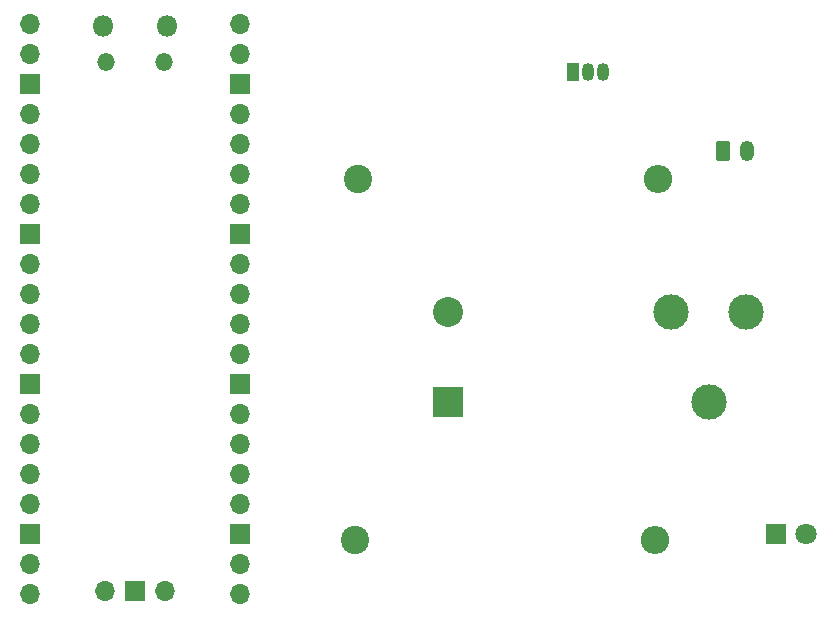
<source format=gbr>
%TF.GenerationSoftware,KiCad,Pcbnew,8.0.1-8.0.1-1~ubuntu22.04.1*%
%TF.CreationDate,2024-03-31T23:59:49-03:00*%
%TF.ProjectId,PCB-ESP,5043422d-4553-4502-9e6b-696361645f70,rev?*%
%TF.SameCoordinates,Original*%
%TF.FileFunction,Soldermask,Bot*%
%TF.FilePolarity,Negative*%
%FSLAX46Y46*%
G04 Gerber Fmt 4.6, Leading zero omitted, Abs format (unit mm)*
G04 Created by KiCad (PCBNEW 8.0.1-8.0.1-1~ubuntu22.04.1) date 2024-03-31 23:59:49*
%MOMM*%
%LPD*%
G01*
G04 APERTURE LIST*
G04 Aperture macros list*
%AMRoundRect*
0 Rectangle with rounded corners*
0 $1 Rounding radius*
0 $2 $3 $4 $5 $6 $7 $8 $9 X,Y pos of 4 corners*
0 Add a 4 corners polygon primitive as box body*
4,1,4,$2,$3,$4,$5,$6,$7,$8,$9,$2,$3,0*
0 Add four circle primitives for the rounded corners*
1,1,$1+$1,$2,$3*
1,1,$1+$1,$4,$5*
1,1,$1+$1,$6,$7*
1,1,$1+$1,$8,$9*
0 Add four rect primitives between the rounded corners*
20,1,$1+$1,$2,$3,$4,$5,0*
20,1,$1+$1,$4,$5,$6,$7,0*
20,1,$1+$1,$6,$7,$8,$9,0*
20,1,$1+$1,$8,$9,$2,$3,0*%
G04 Aperture macros list end*
%ADD10O,1.800000X1.800000*%
%ADD11O,1.500000X1.500000*%
%ADD12O,1.700000X1.700000*%
%ADD13R,1.700000X1.700000*%
%ADD14C,2.400000*%
%ADD15O,2.400000X2.400000*%
%ADD16R,1.050000X1.500000*%
%ADD17O,1.050000X1.500000*%
%ADD18C,3.000000*%
%ADD19R,2.540000X2.540000*%
%ADD20C,2.540000*%
%ADD21RoundRect,0.250000X-0.350000X-0.625000X0.350000X-0.625000X0.350000X0.625000X-0.350000X0.625000X0*%
%ADD22O,1.200000X1.750000*%
%ADD23R,1.800000X1.800000*%
%ADD24C,1.800000*%
G04 APERTURE END LIST*
D10*
%TO.C,U1*%
X114460000Y-65485000D03*
D11*
X114760000Y-68515000D03*
X119610000Y-68515000D03*
D10*
X119910000Y-65485000D03*
D12*
X108295000Y-65355000D03*
X108295000Y-67895000D03*
D13*
X108295000Y-70435000D03*
D12*
X108295000Y-72975000D03*
X108295000Y-75515000D03*
X108295000Y-78055000D03*
X108295000Y-80595000D03*
D13*
X108295000Y-83135000D03*
D12*
X108295000Y-85675000D03*
X108295000Y-88215000D03*
X108295000Y-90755000D03*
X108295000Y-93295000D03*
D13*
X108295000Y-95835000D03*
D12*
X108295000Y-98375000D03*
X108295000Y-100915000D03*
X108295000Y-103455000D03*
X108295000Y-105995000D03*
D13*
X108295000Y-108535000D03*
D12*
X108295000Y-111075000D03*
X108295000Y-113615000D03*
X126075000Y-113615000D03*
X126075000Y-111075000D03*
D13*
X126075000Y-108535000D03*
D12*
X126075000Y-105995000D03*
X126075000Y-103455000D03*
X126075000Y-100915000D03*
X126075000Y-98375000D03*
D13*
X126075000Y-95835000D03*
D12*
X126075000Y-93295000D03*
X126075000Y-90755000D03*
X126075000Y-88215000D03*
X126075000Y-85675000D03*
D13*
X126075000Y-83135000D03*
D12*
X126075000Y-80595000D03*
X126075000Y-78055000D03*
X126075000Y-75515000D03*
X126075000Y-72975000D03*
D13*
X126075000Y-70435000D03*
D12*
X126075000Y-67895000D03*
X126075000Y-65355000D03*
X114645000Y-113385000D03*
D13*
X117185000Y-113385000D03*
D12*
X119725000Y-113385000D03*
%TD*%
D14*
%TO.C,R2*%
X135800000Y-109000000D03*
D15*
X161200000Y-109000000D03*
%TD*%
D14*
%TO.C,R1*%
X136100000Y-78500000D03*
D15*
X161500000Y-78500000D03*
%TD*%
D16*
%TO.C,Q1*%
X154230000Y-69360000D03*
D17*
X155500000Y-69360000D03*
X156770000Y-69360000D03*
%TD*%
D18*
%TO.C,K1*%
X165750000Y-97300000D03*
X162550000Y-89680000D03*
X168950000Y-89680000D03*
D19*
X143650000Y-97300000D03*
D20*
X143650000Y-89680000D03*
%TD*%
D21*
%TO.C,J1*%
X167000000Y-76050000D03*
D22*
X169000000Y-76050000D03*
%TD*%
D23*
%TO.C,D1*%
X171460000Y-108500000D03*
D24*
X174000000Y-108500000D03*
%TD*%
M02*

</source>
